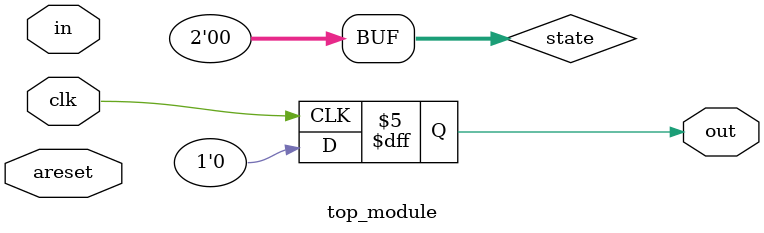
<source format=sv>
module top_module (
    input clk,
    input in,
    input areset,
    output reg out
);

    // Define the 2-bit state register
    reg [1:0] state;

    // Define the states
    localparam A = 2'b00;
    localparam B = 2'b01;
    localparam C = 2'b10;
    localparam D = 2'b11;

    // Combinational logic for the next state
    always @(*) begin
        case (state)
            A: begin
                if (in) state = B;
                else state = A;
            end
            B: begin
                if (in) state = B;
                else state = C;
            end
            C: begin
                if (in) state = D;
                else state = A;
            end
            D: begin
                if (in) state = B;
                else state = C;
            end
            default: state = A;
        endcase
    end

    // Sequential logic for the state register
    always @(posedge clk or posedge areset) begin
        if (areset) state <= A;
        else state <= state;
    end

    // Output logic
    always @(posedge clk) begin
        out <= (state == D);
    end

endmodule

</source>
